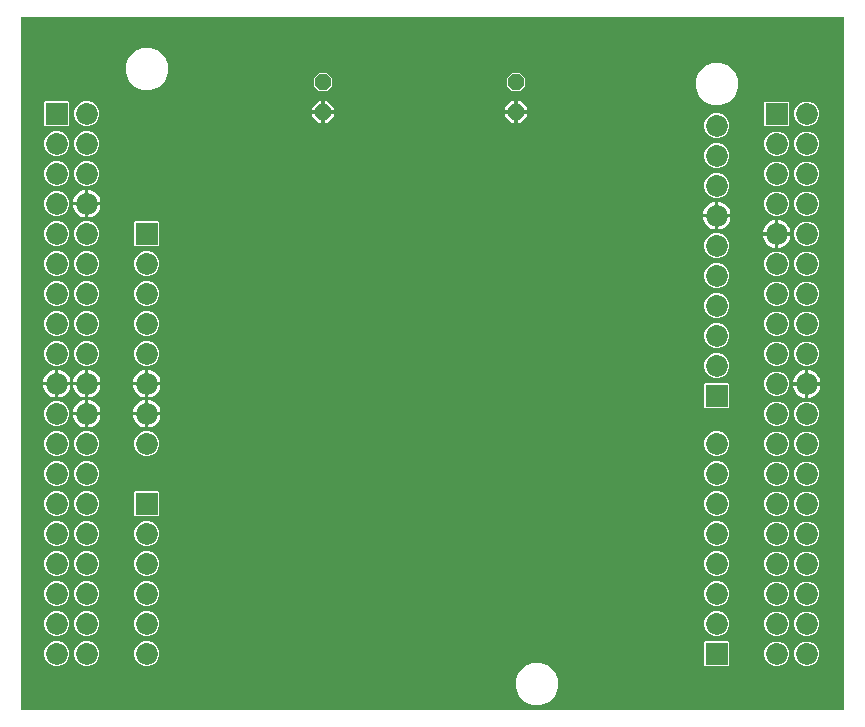
<source format=gbl>
G04 EAGLE Gerber RS-274X export*
G75*
%MOMM*%
%FSLAX34Y34*%
%LPD*%
%INBottom Copper*%
%IPPOS*%
%AMOC8*
5,1,8,0,0,1.08239X$1,22.5*%
G01*
%ADD10R,1.850000X1.850000*%
%ADD11C,1.850000*%
%ADD12P,1.429621X8X292.500000*%
%ADD13C,0.452400*%

G36*
X711508Y8354D02*
X711508Y8354D01*
X711527Y8352D01*
X711629Y8374D01*
X711731Y8390D01*
X711748Y8400D01*
X711768Y8404D01*
X711857Y8457D01*
X711948Y8506D01*
X711962Y8520D01*
X711979Y8530D01*
X712046Y8609D01*
X712118Y8684D01*
X712126Y8702D01*
X712139Y8717D01*
X712178Y8813D01*
X712221Y8907D01*
X712223Y8927D01*
X712231Y8945D01*
X712249Y9112D01*
X712249Y594038D01*
X712246Y594058D01*
X712248Y594077D01*
X712226Y594179D01*
X712210Y594281D01*
X712200Y594298D01*
X712196Y594318D01*
X712143Y594407D01*
X712094Y594498D01*
X712080Y594512D01*
X712070Y594529D01*
X711991Y594596D01*
X711916Y594668D01*
X711898Y594676D01*
X711883Y594689D01*
X711787Y594728D01*
X711693Y594771D01*
X711673Y594773D01*
X711655Y594781D01*
X711488Y594799D01*
X15462Y594799D01*
X15442Y594796D01*
X15423Y594798D01*
X15321Y594776D01*
X15219Y594760D01*
X15202Y594750D01*
X15182Y594746D01*
X15093Y594693D01*
X15002Y594644D01*
X14988Y594630D01*
X14971Y594620D01*
X14904Y594541D01*
X14832Y594466D01*
X14824Y594448D01*
X14811Y594433D01*
X14772Y594337D01*
X14729Y594243D01*
X14727Y594223D01*
X14719Y594205D01*
X14701Y594038D01*
X14701Y9112D01*
X14704Y9092D01*
X14702Y9073D01*
X14724Y8971D01*
X14740Y8869D01*
X14750Y8852D01*
X14754Y8832D01*
X14807Y8743D01*
X14856Y8652D01*
X14870Y8638D01*
X14880Y8621D01*
X14959Y8554D01*
X15034Y8482D01*
X15052Y8474D01*
X15067Y8461D01*
X15163Y8422D01*
X15257Y8379D01*
X15277Y8377D01*
X15295Y8369D01*
X15462Y8351D01*
X711488Y8351D01*
X711508Y8354D01*
G37*
%LPC*%
G36*
X117844Y533224D02*
X117844Y533224D01*
X111274Y535946D01*
X106246Y540974D01*
X103524Y547544D01*
X103524Y554656D01*
X106246Y561226D01*
X111274Y566254D01*
X117844Y568976D01*
X124956Y568976D01*
X131526Y566254D01*
X136554Y561226D01*
X139276Y554656D01*
X139276Y547544D01*
X136554Y540974D01*
X131526Y535946D01*
X124956Y533224D01*
X117844Y533224D01*
G37*
%LPD*%
%LPC*%
G36*
X600444Y520524D02*
X600444Y520524D01*
X593874Y523246D01*
X588846Y528274D01*
X586124Y534844D01*
X586124Y541956D01*
X588846Y548526D01*
X593874Y553554D01*
X600444Y556276D01*
X607556Y556276D01*
X614126Y553554D01*
X619154Y548526D01*
X621876Y541956D01*
X621876Y534844D01*
X619154Y528274D01*
X614126Y523246D01*
X607556Y520524D01*
X600444Y520524D01*
G37*
%LPD*%
%LPC*%
G36*
X448044Y12524D02*
X448044Y12524D01*
X441474Y15246D01*
X436446Y20274D01*
X433724Y26844D01*
X433724Y33956D01*
X436446Y40526D01*
X441474Y45554D01*
X448044Y48276D01*
X455156Y48276D01*
X461726Y45554D01*
X466754Y40526D01*
X469476Y33956D01*
X469476Y26844D01*
X466754Y20274D01*
X461726Y15246D01*
X455156Y12524D01*
X448044Y12524D01*
G37*
%LPD*%
%LPC*%
G36*
X111624Y400879D02*
X111624Y400879D01*
X110879Y401624D01*
X110879Y421176D01*
X111624Y421921D01*
X131176Y421921D01*
X131921Y421176D01*
X131921Y401624D01*
X131176Y400879D01*
X111624Y400879D01*
G37*
%LPD*%
%LPC*%
G36*
X111624Y172279D02*
X111624Y172279D01*
X110879Y173024D01*
X110879Y192576D01*
X111624Y193321D01*
X131176Y193321D01*
X131921Y192576D01*
X131921Y173024D01*
X131176Y172279D01*
X111624Y172279D01*
G37*
%LPD*%
%LPC*%
G36*
X35424Y502479D02*
X35424Y502479D01*
X34679Y503224D01*
X34679Y522776D01*
X35424Y523521D01*
X54976Y523521D01*
X55721Y522776D01*
X55721Y503224D01*
X54976Y502479D01*
X35424Y502479D01*
G37*
%LPD*%
%LPC*%
G36*
X594224Y263719D02*
X594224Y263719D01*
X593479Y264464D01*
X593479Y284016D01*
X594224Y284761D01*
X613776Y284761D01*
X614521Y284016D01*
X614521Y264464D01*
X613776Y263719D01*
X594224Y263719D01*
G37*
%LPD*%
%LPC*%
G36*
X594224Y45279D02*
X594224Y45279D01*
X593479Y46024D01*
X593479Y65576D01*
X594224Y66321D01*
X613776Y66321D01*
X614521Y65576D01*
X614521Y46024D01*
X613776Y45279D01*
X594224Y45279D01*
G37*
%LPD*%
%LPC*%
G36*
X645024Y502229D02*
X645024Y502229D01*
X644279Y502974D01*
X644279Y522526D01*
X645024Y523271D01*
X664576Y523271D01*
X665321Y522526D01*
X665321Y502974D01*
X664576Y502229D01*
X645024Y502229D01*
G37*
%LPD*%
%LPC*%
G36*
X119307Y350079D02*
X119307Y350079D01*
X115440Y351681D01*
X112481Y354640D01*
X110879Y358507D01*
X110879Y362693D01*
X112481Y366560D01*
X115440Y369519D01*
X119307Y371121D01*
X123493Y371121D01*
X127360Y369519D01*
X130319Y366560D01*
X131921Y362693D01*
X131921Y358507D01*
X130319Y354640D01*
X127360Y351681D01*
X123493Y350079D01*
X119307Y350079D01*
G37*
%LPD*%
%LPC*%
G36*
X68507Y350079D02*
X68507Y350079D01*
X64640Y351681D01*
X61681Y354640D01*
X60079Y358507D01*
X60079Y362693D01*
X61681Y366560D01*
X64640Y369519D01*
X68507Y371121D01*
X72693Y371121D01*
X76560Y369519D01*
X79519Y366560D01*
X81121Y362693D01*
X81121Y358507D01*
X79519Y354640D01*
X76560Y351681D01*
X72693Y350079D01*
X68507Y350079D01*
G37*
%LPD*%
%LPC*%
G36*
X43107Y350079D02*
X43107Y350079D01*
X39240Y351681D01*
X36281Y354640D01*
X34679Y358507D01*
X34679Y362693D01*
X36281Y366560D01*
X39240Y369519D01*
X43107Y371121D01*
X47293Y371121D01*
X51160Y369519D01*
X54119Y366560D01*
X55721Y362693D01*
X55721Y358507D01*
X54119Y354640D01*
X51160Y351681D01*
X47293Y350079D01*
X43107Y350079D01*
G37*
%LPD*%
%LPC*%
G36*
X43107Y146879D02*
X43107Y146879D01*
X39240Y148481D01*
X36281Y151440D01*
X34679Y155307D01*
X34679Y159493D01*
X36281Y163360D01*
X39240Y166319D01*
X43107Y167921D01*
X47293Y167921D01*
X51160Y166319D01*
X54119Y163360D01*
X55721Y159493D01*
X55721Y155307D01*
X54119Y151440D01*
X51160Y148481D01*
X47293Y146879D01*
X43107Y146879D01*
G37*
%LPD*%
%LPC*%
G36*
X678107Y146629D02*
X678107Y146629D01*
X674240Y148231D01*
X671281Y151191D01*
X669679Y155057D01*
X669679Y159243D01*
X671281Y163110D01*
X674240Y166069D01*
X678107Y167671D01*
X682293Y167671D01*
X686160Y166069D01*
X689119Y163110D01*
X690721Y159243D01*
X690721Y155057D01*
X689119Y151191D01*
X686160Y148231D01*
X682293Y146629D01*
X678107Y146629D01*
G37*
%LPD*%
%LPC*%
G36*
X652707Y146629D02*
X652707Y146629D01*
X648840Y148231D01*
X645881Y151191D01*
X644279Y155057D01*
X644279Y159243D01*
X645881Y163110D01*
X648840Y166069D01*
X652707Y167671D01*
X656893Y167671D01*
X660760Y166069D01*
X663719Y163110D01*
X665321Y159243D01*
X665321Y155057D01*
X663719Y151191D01*
X660760Y148231D01*
X656893Y146629D01*
X652707Y146629D01*
G37*
%LPD*%
%LPC*%
G36*
X601907Y121479D02*
X601907Y121479D01*
X598040Y123081D01*
X595081Y126040D01*
X593479Y129907D01*
X593479Y134093D01*
X595081Y137960D01*
X598040Y140919D01*
X601907Y142521D01*
X606093Y142521D01*
X609960Y140919D01*
X612919Y137960D01*
X614521Y134093D01*
X614521Y129907D01*
X612919Y126040D01*
X609960Y123081D01*
X606093Y121479D01*
X601907Y121479D01*
G37*
%LPD*%
%LPC*%
G36*
X68507Y502479D02*
X68507Y502479D01*
X64640Y504081D01*
X61681Y507040D01*
X60079Y510907D01*
X60079Y515093D01*
X61681Y518960D01*
X64640Y521919D01*
X68507Y523521D01*
X72693Y523521D01*
X76560Y521919D01*
X79519Y518960D01*
X81121Y515093D01*
X81121Y510907D01*
X79519Y507040D01*
X76560Y504081D01*
X72693Y502479D01*
X68507Y502479D01*
G37*
%LPD*%
%LPC*%
G36*
X119307Y121479D02*
X119307Y121479D01*
X115440Y123081D01*
X112481Y126040D01*
X110879Y129907D01*
X110879Y134093D01*
X112481Y137960D01*
X115440Y140919D01*
X119307Y142521D01*
X123493Y142521D01*
X127360Y140919D01*
X130319Y137960D01*
X131921Y134093D01*
X131921Y129907D01*
X130319Y126040D01*
X127360Y123081D01*
X123493Y121479D01*
X119307Y121479D01*
G37*
%LPD*%
%LPC*%
G36*
X68507Y121479D02*
X68507Y121479D01*
X64640Y123081D01*
X61681Y126040D01*
X60079Y129907D01*
X60079Y134093D01*
X61681Y137960D01*
X64640Y140919D01*
X68507Y142521D01*
X72693Y142521D01*
X76560Y140919D01*
X79519Y137960D01*
X81121Y134093D01*
X81121Y129907D01*
X79519Y126040D01*
X76560Y123081D01*
X72693Y121479D01*
X68507Y121479D01*
G37*
%LPD*%
%LPC*%
G36*
X678107Y502229D02*
X678107Y502229D01*
X674240Y503831D01*
X671281Y506791D01*
X669679Y510657D01*
X669679Y514843D01*
X671281Y518710D01*
X674240Y521669D01*
X678107Y523271D01*
X682293Y523271D01*
X686160Y521669D01*
X689119Y518710D01*
X690721Y514843D01*
X690721Y510657D01*
X689119Y506791D01*
X686160Y503831D01*
X682293Y502229D01*
X678107Y502229D01*
G37*
%LPD*%
%LPC*%
G36*
X43107Y121479D02*
X43107Y121479D01*
X39240Y123081D01*
X36281Y126040D01*
X34679Y129907D01*
X34679Y134093D01*
X36281Y137960D01*
X39240Y140919D01*
X43107Y142521D01*
X47293Y142521D01*
X51160Y140919D01*
X54119Y137960D01*
X55721Y134093D01*
X55721Y129907D01*
X54119Y126040D01*
X51160Y123081D01*
X47293Y121479D01*
X43107Y121479D01*
G37*
%LPD*%
%LPC*%
G36*
X652707Y121229D02*
X652707Y121229D01*
X648840Y122831D01*
X645881Y125791D01*
X644279Y129657D01*
X644279Y133843D01*
X645881Y137710D01*
X648840Y140669D01*
X652707Y142271D01*
X656893Y142271D01*
X660760Y140669D01*
X663719Y137710D01*
X665321Y133843D01*
X665321Y129657D01*
X663719Y125791D01*
X660760Y122831D01*
X656893Y121229D01*
X652707Y121229D01*
G37*
%LPD*%
%LPC*%
G36*
X601907Y492319D02*
X601907Y492319D01*
X598040Y493921D01*
X595081Y496880D01*
X593479Y500747D01*
X593479Y504933D01*
X595081Y508800D01*
X598040Y511759D01*
X601907Y513361D01*
X606093Y513361D01*
X609960Y511759D01*
X612919Y508800D01*
X614521Y504933D01*
X614521Y500747D01*
X612919Y496880D01*
X609960Y493921D01*
X606093Y492319D01*
X601907Y492319D01*
G37*
%LPD*%
%LPC*%
G36*
X601907Y96079D02*
X601907Y96079D01*
X598040Y97681D01*
X595081Y100640D01*
X593479Y104507D01*
X593479Y108693D01*
X595081Y112560D01*
X598040Y115519D01*
X601907Y117121D01*
X606093Y117121D01*
X609960Y115519D01*
X612919Y112560D01*
X614521Y108693D01*
X614521Y104507D01*
X612919Y100640D01*
X609960Y97681D01*
X606093Y96079D01*
X601907Y96079D01*
G37*
%LPD*%
%LPC*%
G36*
X119307Y96079D02*
X119307Y96079D01*
X115440Y97681D01*
X112481Y100640D01*
X110879Y104507D01*
X110879Y108693D01*
X112481Y112560D01*
X115440Y115519D01*
X119307Y117121D01*
X123493Y117121D01*
X127360Y115519D01*
X130319Y112560D01*
X131921Y108693D01*
X131921Y104507D01*
X130319Y100640D01*
X127360Y97681D01*
X123493Y96079D01*
X119307Y96079D01*
G37*
%LPD*%
%LPC*%
G36*
X68507Y96079D02*
X68507Y96079D01*
X64640Y97681D01*
X61681Y100640D01*
X60079Y104507D01*
X60079Y108693D01*
X61681Y112560D01*
X64640Y115519D01*
X68507Y117121D01*
X72693Y117121D01*
X76560Y115519D01*
X79519Y112560D01*
X81121Y108693D01*
X81121Y104507D01*
X79519Y100640D01*
X76560Y97681D01*
X72693Y96079D01*
X68507Y96079D01*
G37*
%LPD*%
%LPC*%
G36*
X43107Y96079D02*
X43107Y96079D01*
X39240Y97681D01*
X36281Y100640D01*
X34679Y104507D01*
X34679Y108693D01*
X36281Y112560D01*
X39240Y115519D01*
X43107Y117121D01*
X47293Y117121D01*
X51160Y115519D01*
X54119Y112560D01*
X55721Y108693D01*
X55721Y104507D01*
X54119Y100640D01*
X51160Y97681D01*
X47293Y96079D01*
X43107Y96079D01*
G37*
%LPD*%
%LPC*%
G36*
X68507Y477079D02*
X68507Y477079D01*
X64640Y478681D01*
X61681Y481640D01*
X60079Y485507D01*
X60079Y489693D01*
X61681Y493560D01*
X64640Y496519D01*
X68507Y498121D01*
X72693Y498121D01*
X76560Y496519D01*
X79519Y493560D01*
X81121Y489693D01*
X81121Y485507D01*
X79519Y481640D01*
X76560Y478681D01*
X72693Y477079D01*
X68507Y477079D01*
G37*
%LPD*%
%LPC*%
G36*
X43107Y477079D02*
X43107Y477079D01*
X39240Y478681D01*
X36281Y481640D01*
X34679Y485507D01*
X34679Y489693D01*
X36281Y493560D01*
X39240Y496519D01*
X43107Y498121D01*
X47293Y498121D01*
X51160Y496519D01*
X54119Y493560D01*
X55721Y489693D01*
X55721Y485507D01*
X54119Y481640D01*
X51160Y478681D01*
X47293Y477079D01*
X43107Y477079D01*
G37*
%LPD*%
%LPC*%
G36*
X678107Y476829D02*
X678107Y476829D01*
X674240Y478431D01*
X671281Y481391D01*
X669679Y485257D01*
X669679Y489443D01*
X671281Y493310D01*
X674240Y496269D01*
X678107Y497871D01*
X682293Y497871D01*
X686160Y496269D01*
X689119Y493310D01*
X690721Y489443D01*
X690721Y485257D01*
X689119Y481391D01*
X686160Y478431D01*
X682293Y476829D01*
X678107Y476829D01*
G37*
%LPD*%
%LPC*%
G36*
X652707Y476829D02*
X652707Y476829D01*
X648840Y478431D01*
X645881Y481391D01*
X644279Y485257D01*
X644279Y489443D01*
X645881Y493310D01*
X648840Y496269D01*
X652707Y497871D01*
X656893Y497871D01*
X660760Y496269D01*
X663719Y493310D01*
X665321Y489443D01*
X665321Y485257D01*
X663719Y481391D01*
X660760Y478431D01*
X656893Y476829D01*
X652707Y476829D01*
G37*
%LPD*%
%LPC*%
G36*
X601907Y466919D02*
X601907Y466919D01*
X598040Y468521D01*
X595081Y471480D01*
X593479Y475347D01*
X593479Y479533D01*
X595081Y483400D01*
X598040Y486359D01*
X601907Y487961D01*
X606093Y487961D01*
X609960Y486359D01*
X612919Y483400D01*
X614521Y479533D01*
X614521Y475347D01*
X612919Y471480D01*
X609960Y468521D01*
X606093Y466919D01*
X601907Y466919D01*
G37*
%LPD*%
%LPC*%
G36*
X68507Y451679D02*
X68507Y451679D01*
X64640Y453281D01*
X61681Y456240D01*
X60079Y460107D01*
X60079Y464293D01*
X61681Y468160D01*
X64640Y471119D01*
X68507Y472721D01*
X72693Y472721D01*
X76560Y471119D01*
X79519Y468160D01*
X81121Y464293D01*
X81121Y460107D01*
X79519Y456240D01*
X76560Y453281D01*
X72693Y451679D01*
X68507Y451679D01*
G37*
%LPD*%
%LPC*%
G36*
X43107Y451679D02*
X43107Y451679D01*
X39240Y453281D01*
X36281Y456240D01*
X34679Y460107D01*
X34679Y464293D01*
X36281Y468160D01*
X39240Y471119D01*
X43107Y472721D01*
X47293Y472721D01*
X51160Y471119D01*
X54119Y468160D01*
X55721Y464293D01*
X55721Y460107D01*
X54119Y456240D01*
X51160Y453281D01*
X47293Y451679D01*
X43107Y451679D01*
G37*
%LPD*%
%LPC*%
G36*
X678107Y451429D02*
X678107Y451429D01*
X674240Y453031D01*
X671281Y455991D01*
X669679Y459857D01*
X669679Y464043D01*
X671281Y467910D01*
X674240Y470869D01*
X678107Y472471D01*
X682293Y472471D01*
X686160Y470869D01*
X689119Y467910D01*
X690721Y464043D01*
X690721Y459857D01*
X689119Y455991D01*
X686160Y453031D01*
X682293Y451429D01*
X678107Y451429D01*
G37*
%LPD*%
%LPC*%
G36*
X652707Y451429D02*
X652707Y451429D01*
X648840Y453031D01*
X645881Y455991D01*
X644279Y459857D01*
X644279Y464043D01*
X645881Y467910D01*
X648840Y470869D01*
X652707Y472471D01*
X656893Y472471D01*
X660760Y470869D01*
X663719Y467910D01*
X665321Y464043D01*
X665321Y459857D01*
X663719Y455991D01*
X660760Y453031D01*
X656893Y451429D01*
X652707Y451429D01*
G37*
%LPD*%
%LPC*%
G36*
X601907Y441519D02*
X601907Y441519D01*
X598040Y443121D01*
X595081Y446080D01*
X593479Y449947D01*
X593479Y454133D01*
X595081Y458000D01*
X598040Y460959D01*
X601907Y462561D01*
X606093Y462561D01*
X609960Y460959D01*
X612919Y458000D01*
X614521Y454133D01*
X614521Y449947D01*
X612919Y446080D01*
X609960Y443121D01*
X606093Y441519D01*
X601907Y441519D01*
G37*
%LPD*%
%LPC*%
G36*
X678107Y95829D02*
X678107Y95829D01*
X674240Y97431D01*
X671281Y100391D01*
X669679Y104257D01*
X669679Y108443D01*
X671281Y112310D01*
X674240Y115269D01*
X678107Y116871D01*
X682293Y116871D01*
X686160Y115269D01*
X689119Y112310D01*
X690721Y108443D01*
X690721Y104257D01*
X689119Y100391D01*
X686160Y97431D01*
X682293Y95829D01*
X678107Y95829D01*
G37*
%LPD*%
%LPC*%
G36*
X652707Y95829D02*
X652707Y95829D01*
X648840Y97431D01*
X645881Y100391D01*
X644279Y104257D01*
X644279Y108443D01*
X645881Y112310D01*
X648840Y115269D01*
X652707Y116871D01*
X656893Y116871D01*
X660760Y115269D01*
X663719Y112310D01*
X665321Y108443D01*
X665321Y104257D01*
X663719Y100391D01*
X660760Y97431D01*
X656893Y95829D01*
X652707Y95829D01*
G37*
%LPD*%
%LPC*%
G36*
X43107Y426279D02*
X43107Y426279D01*
X39240Y427881D01*
X36281Y430840D01*
X34679Y434707D01*
X34679Y438893D01*
X36281Y442760D01*
X39240Y445719D01*
X43107Y447321D01*
X47293Y447321D01*
X51160Y445719D01*
X54119Y442760D01*
X55721Y438893D01*
X55721Y434707D01*
X54119Y430840D01*
X51160Y427881D01*
X47293Y426279D01*
X43107Y426279D01*
G37*
%LPD*%
%LPC*%
G36*
X678107Y426029D02*
X678107Y426029D01*
X674240Y427631D01*
X671281Y430591D01*
X669679Y434457D01*
X669679Y438643D01*
X671281Y442510D01*
X674240Y445469D01*
X678107Y447071D01*
X682293Y447071D01*
X686160Y445469D01*
X689119Y442510D01*
X690721Y438643D01*
X690721Y434457D01*
X689119Y430591D01*
X686160Y427631D01*
X682293Y426029D01*
X678107Y426029D01*
G37*
%LPD*%
%LPC*%
G36*
X652707Y426029D02*
X652707Y426029D01*
X648840Y427631D01*
X645881Y430591D01*
X644279Y434457D01*
X644279Y438643D01*
X645881Y442510D01*
X648840Y445469D01*
X652707Y447071D01*
X656893Y447071D01*
X660760Y445469D01*
X663719Y442510D01*
X665321Y438643D01*
X665321Y434457D01*
X663719Y430591D01*
X660760Y427631D01*
X656893Y426029D01*
X652707Y426029D01*
G37*
%LPD*%
%LPC*%
G36*
X601907Y70679D02*
X601907Y70679D01*
X598040Y72281D01*
X595081Y75240D01*
X593479Y79107D01*
X593479Y83293D01*
X595081Y87160D01*
X598040Y90119D01*
X601907Y91721D01*
X606093Y91721D01*
X609960Y90119D01*
X612919Y87160D01*
X614521Y83293D01*
X614521Y79107D01*
X612919Y75240D01*
X609960Y72281D01*
X606093Y70679D01*
X601907Y70679D01*
G37*
%LPD*%
%LPC*%
G36*
X119307Y70679D02*
X119307Y70679D01*
X115440Y72281D01*
X112481Y75240D01*
X110879Y79107D01*
X110879Y83293D01*
X112481Y87160D01*
X115440Y90119D01*
X119307Y91721D01*
X123493Y91721D01*
X127360Y90119D01*
X130319Y87160D01*
X131921Y83293D01*
X131921Y79107D01*
X130319Y75240D01*
X127360Y72281D01*
X123493Y70679D01*
X119307Y70679D01*
G37*
%LPD*%
%LPC*%
G36*
X68507Y70679D02*
X68507Y70679D01*
X64640Y72281D01*
X61681Y75240D01*
X60079Y79107D01*
X60079Y83293D01*
X61681Y87160D01*
X64640Y90119D01*
X68507Y91721D01*
X72693Y91721D01*
X76560Y90119D01*
X79519Y87160D01*
X81121Y83293D01*
X81121Y79107D01*
X79519Y75240D01*
X76560Y72281D01*
X72693Y70679D01*
X68507Y70679D01*
G37*
%LPD*%
%LPC*%
G36*
X43107Y70679D02*
X43107Y70679D01*
X39240Y72281D01*
X36281Y75240D01*
X34679Y79107D01*
X34679Y83293D01*
X36281Y87160D01*
X39240Y90119D01*
X43107Y91721D01*
X47293Y91721D01*
X51160Y90119D01*
X54119Y87160D01*
X55721Y83293D01*
X55721Y79107D01*
X54119Y75240D01*
X51160Y72281D01*
X47293Y70679D01*
X43107Y70679D01*
G37*
%LPD*%
%LPC*%
G36*
X678107Y70429D02*
X678107Y70429D01*
X674240Y72031D01*
X671281Y74991D01*
X669679Y78857D01*
X669679Y83043D01*
X671281Y86910D01*
X674240Y89869D01*
X678107Y91471D01*
X682293Y91471D01*
X686160Y89869D01*
X689119Y86910D01*
X690721Y83043D01*
X690721Y78857D01*
X689119Y74991D01*
X686160Y72031D01*
X682293Y70429D01*
X678107Y70429D01*
G37*
%LPD*%
%LPC*%
G36*
X652707Y70429D02*
X652707Y70429D01*
X648840Y72031D01*
X645881Y74991D01*
X644279Y78857D01*
X644279Y83043D01*
X645881Y86910D01*
X648840Y89869D01*
X652707Y91471D01*
X656893Y91471D01*
X660760Y89869D01*
X663719Y86910D01*
X665321Y83043D01*
X665321Y78857D01*
X663719Y74991D01*
X660760Y72031D01*
X656893Y70429D01*
X652707Y70429D01*
G37*
%LPD*%
%LPC*%
G36*
X119307Y45279D02*
X119307Y45279D01*
X115440Y46881D01*
X112481Y49840D01*
X110879Y53707D01*
X110879Y57893D01*
X112481Y61760D01*
X115440Y64719D01*
X119307Y66321D01*
X123493Y66321D01*
X127360Y64719D01*
X130319Y61760D01*
X131921Y57893D01*
X131921Y53707D01*
X130319Y49840D01*
X127360Y46881D01*
X123493Y45279D01*
X119307Y45279D01*
G37*
%LPD*%
%LPC*%
G36*
X68507Y45279D02*
X68507Y45279D01*
X64640Y46881D01*
X61681Y49840D01*
X60079Y53707D01*
X60079Y57893D01*
X61681Y61760D01*
X64640Y64719D01*
X68507Y66321D01*
X72693Y66321D01*
X76560Y64719D01*
X79519Y61760D01*
X81121Y57893D01*
X81121Y53707D01*
X79519Y49840D01*
X76560Y46881D01*
X72693Y45279D01*
X68507Y45279D01*
G37*
%LPD*%
%LPC*%
G36*
X43107Y45279D02*
X43107Y45279D01*
X39240Y46881D01*
X36281Y49840D01*
X34679Y53707D01*
X34679Y57893D01*
X36281Y61760D01*
X39240Y64719D01*
X43107Y66321D01*
X47293Y66321D01*
X51160Y64719D01*
X54119Y61760D01*
X55721Y57893D01*
X55721Y53707D01*
X54119Y49840D01*
X51160Y46881D01*
X47293Y45279D01*
X43107Y45279D01*
G37*
%LPD*%
%LPC*%
G36*
X678107Y45029D02*
X678107Y45029D01*
X674240Y46631D01*
X671281Y49591D01*
X669679Y53457D01*
X669679Y57643D01*
X671281Y61510D01*
X674240Y64469D01*
X678107Y66071D01*
X682293Y66071D01*
X686160Y64469D01*
X689119Y61510D01*
X690721Y57643D01*
X690721Y53457D01*
X689119Y49591D01*
X686160Y46631D01*
X682293Y45029D01*
X678107Y45029D01*
G37*
%LPD*%
%LPC*%
G36*
X68507Y400879D02*
X68507Y400879D01*
X64640Y402481D01*
X61681Y405440D01*
X60079Y409307D01*
X60079Y413493D01*
X61681Y417360D01*
X64640Y420319D01*
X68507Y421921D01*
X72693Y421921D01*
X76560Y420319D01*
X79519Y417360D01*
X81121Y413493D01*
X81121Y409307D01*
X79519Y405440D01*
X76560Y402481D01*
X72693Y400879D01*
X68507Y400879D01*
G37*
%LPD*%
%LPC*%
G36*
X43107Y400879D02*
X43107Y400879D01*
X39240Y402481D01*
X36281Y405440D01*
X34679Y409307D01*
X34679Y413493D01*
X36281Y417360D01*
X39240Y420319D01*
X43107Y421921D01*
X47293Y421921D01*
X51160Y420319D01*
X54119Y417360D01*
X55721Y413493D01*
X55721Y409307D01*
X54119Y405440D01*
X51160Y402481D01*
X47293Y400879D01*
X43107Y400879D01*
G37*
%LPD*%
%LPC*%
G36*
X678107Y400629D02*
X678107Y400629D01*
X674240Y402231D01*
X671281Y405191D01*
X669679Y409057D01*
X669679Y413243D01*
X671281Y417110D01*
X674240Y420069D01*
X678107Y421671D01*
X682293Y421671D01*
X686160Y420069D01*
X689119Y417110D01*
X690721Y413243D01*
X690721Y409057D01*
X689119Y405191D01*
X686160Y402231D01*
X682293Y400629D01*
X678107Y400629D01*
G37*
%LPD*%
%LPC*%
G36*
X601907Y390719D02*
X601907Y390719D01*
X598040Y392321D01*
X595081Y395280D01*
X593479Y399147D01*
X593479Y403333D01*
X595081Y407200D01*
X598040Y410159D01*
X601907Y411761D01*
X606093Y411761D01*
X609960Y410159D01*
X612919Y407200D01*
X614521Y403333D01*
X614521Y399147D01*
X612919Y395280D01*
X609960Y392321D01*
X606093Y390719D01*
X601907Y390719D01*
G37*
%LPD*%
%LPC*%
G36*
X652707Y45029D02*
X652707Y45029D01*
X648840Y46631D01*
X645881Y49591D01*
X644279Y53457D01*
X644279Y57643D01*
X645881Y61510D01*
X648840Y64469D01*
X652707Y66071D01*
X656893Y66071D01*
X660760Y64469D01*
X663719Y61510D01*
X665321Y57643D01*
X665321Y53457D01*
X663719Y49591D01*
X660760Y46631D01*
X656893Y45029D01*
X652707Y45029D01*
G37*
%LPD*%
%LPC*%
G36*
X678107Y121229D02*
X678107Y121229D01*
X674240Y122831D01*
X671281Y125791D01*
X669679Y129657D01*
X669679Y133843D01*
X671281Y137710D01*
X674240Y140669D01*
X678107Y142271D01*
X682293Y142271D01*
X686160Y140669D01*
X689119Y137710D01*
X690721Y133843D01*
X690721Y129657D01*
X689119Y125791D01*
X686160Y122831D01*
X682293Y121229D01*
X678107Y121229D01*
G37*
%LPD*%
%LPC*%
G36*
X68507Y375479D02*
X68507Y375479D01*
X64640Y377081D01*
X61681Y380040D01*
X60079Y383907D01*
X60079Y388093D01*
X61681Y391960D01*
X64640Y394919D01*
X68507Y396521D01*
X72693Y396521D01*
X76560Y394919D01*
X79519Y391960D01*
X81121Y388093D01*
X81121Y383907D01*
X79519Y380040D01*
X76560Y377081D01*
X72693Y375479D01*
X68507Y375479D01*
G37*
%LPD*%
%LPC*%
G36*
X43107Y375479D02*
X43107Y375479D01*
X39240Y377081D01*
X36281Y380040D01*
X34679Y383907D01*
X34679Y388093D01*
X36281Y391960D01*
X39240Y394919D01*
X43107Y396521D01*
X47293Y396521D01*
X51160Y394919D01*
X54119Y391960D01*
X55721Y388093D01*
X55721Y383907D01*
X54119Y380040D01*
X51160Y377081D01*
X47293Y375479D01*
X43107Y375479D01*
G37*
%LPD*%
%LPC*%
G36*
X119307Y375479D02*
X119307Y375479D01*
X115440Y377081D01*
X112481Y380040D01*
X110879Y383907D01*
X110879Y388093D01*
X112481Y391960D01*
X115440Y394919D01*
X119307Y396521D01*
X123493Y396521D01*
X127360Y394919D01*
X130319Y391960D01*
X131921Y388093D01*
X131921Y383907D01*
X130319Y380040D01*
X127360Y377081D01*
X123493Y375479D01*
X119307Y375479D01*
G37*
%LPD*%
%LPC*%
G36*
X678107Y375229D02*
X678107Y375229D01*
X674240Y376831D01*
X671281Y379791D01*
X669679Y383657D01*
X669679Y387843D01*
X671281Y391710D01*
X674240Y394669D01*
X678107Y396271D01*
X682293Y396271D01*
X686160Y394669D01*
X689119Y391710D01*
X690721Y387843D01*
X690721Y383657D01*
X689119Y379791D01*
X686160Y376831D01*
X682293Y375229D01*
X678107Y375229D01*
G37*
%LPD*%
%LPC*%
G36*
X652707Y375229D02*
X652707Y375229D01*
X648840Y376831D01*
X645881Y379791D01*
X644279Y383657D01*
X644279Y387843D01*
X645881Y391710D01*
X648840Y394669D01*
X652707Y396271D01*
X656893Y396271D01*
X660760Y394669D01*
X663719Y391710D01*
X665321Y387843D01*
X665321Y383657D01*
X663719Y379791D01*
X660760Y376831D01*
X656893Y375229D01*
X652707Y375229D01*
G37*
%LPD*%
%LPC*%
G36*
X601907Y365319D02*
X601907Y365319D01*
X598040Y366921D01*
X595081Y369880D01*
X593479Y373747D01*
X593479Y377933D01*
X595081Y381800D01*
X598040Y384759D01*
X601907Y386361D01*
X606093Y386361D01*
X609960Y384759D01*
X612919Y381800D01*
X614521Y377933D01*
X614521Y373747D01*
X612919Y369880D01*
X609960Y366921D01*
X606093Y365319D01*
X601907Y365319D01*
G37*
%LPD*%
%LPC*%
G36*
X678107Y349829D02*
X678107Y349829D01*
X674240Y351431D01*
X671281Y354391D01*
X669679Y358257D01*
X669679Y362443D01*
X671281Y366310D01*
X674240Y369269D01*
X678107Y370871D01*
X682293Y370871D01*
X686160Y369269D01*
X689119Y366310D01*
X690721Y362443D01*
X690721Y358257D01*
X689119Y354391D01*
X686160Y351431D01*
X682293Y349829D01*
X678107Y349829D01*
G37*
%LPD*%
%LPC*%
G36*
X652707Y349829D02*
X652707Y349829D01*
X648840Y351431D01*
X645881Y354391D01*
X644279Y358257D01*
X644279Y362443D01*
X645881Y366310D01*
X648840Y369269D01*
X652707Y370871D01*
X656893Y370871D01*
X660760Y369269D01*
X663719Y366310D01*
X665321Y362443D01*
X665321Y358257D01*
X663719Y354391D01*
X660760Y351431D01*
X656893Y349829D01*
X652707Y349829D01*
G37*
%LPD*%
%LPC*%
G36*
X601907Y339919D02*
X601907Y339919D01*
X598040Y341521D01*
X595081Y344480D01*
X593479Y348347D01*
X593479Y352533D01*
X595081Y356400D01*
X598040Y359359D01*
X601907Y360961D01*
X606093Y360961D01*
X609960Y359359D01*
X612919Y356400D01*
X614521Y352533D01*
X614521Y348347D01*
X612919Y344480D01*
X609960Y341521D01*
X606093Y339919D01*
X601907Y339919D01*
G37*
%LPD*%
%LPC*%
G36*
X119307Y324679D02*
X119307Y324679D01*
X115440Y326281D01*
X112481Y329240D01*
X110879Y333107D01*
X110879Y337293D01*
X112481Y341160D01*
X115440Y344119D01*
X119307Y345721D01*
X123493Y345721D01*
X127360Y344119D01*
X130319Y341160D01*
X131921Y337293D01*
X131921Y333107D01*
X130319Y329240D01*
X127360Y326281D01*
X123493Y324679D01*
X119307Y324679D01*
G37*
%LPD*%
%LPC*%
G36*
X68507Y324679D02*
X68507Y324679D01*
X64640Y326281D01*
X61681Y329240D01*
X60079Y333107D01*
X60079Y337293D01*
X61681Y341160D01*
X64640Y344119D01*
X68507Y345721D01*
X72693Y345721D01*
X76560Y344119D01*
X79519Y341160D01*
X81121Y337293D01*
X81121Y333107D01*
X79519Y329240D01*
X76560Y326281D01*
X72693Y324679D01*
X68507Y324679D01*
G37*
%LPD*%
%LPC*%
G36*
X43107Y324679D02*
X43107Y324679D01*
X39240Y326281D01*
X36281Y329240D01*
X34679Y333107D01*
X34679Y337293D01*
X36281Y341160D01*
X39240Y344119D01*
X43107Y345721D01*
X47293Y345721D01*
X51160Y344119D01*
X54119Y341160D01*
X55721Y337293D01*
X55721Y333107D01*
X54119Y329240D01*
X51160Y326281D01*
X47293Y324679D01*
X43107Y324679D01*
G37*
%LPD*%
%LPC*%
G36*
X678107Y324429D02*
X678107Y324429D01*
X674240Y326031D01*
X671281Y328991D01*
X669679Y332857D01*
X669679Y337043D01*
X671281Y340910D01*
X674240Y343869D01*
X678107Y345471D01*
X682293Y345471D01*
X686160Y343869D01*
X689119Y340910D01*
X690721Y337043D01*
X690721Y332857D01*
X689119Y328991D01*
X686160Y326031D01*
X682293Y324429D01*
X678107Y324429D01*
G37*
%LPD*%
%LPC*%
G36*
X652707Y324429D02*
X652707Y324429D01*
X648840Y326031D01*
X645881Y328991D01*
X644279Y332857D01*
X644279Y337043D01*
X645881Y340910D01*
X648840Y343869D01*
X652707Y345471D01*
X656893Y345471D01*
X660760Y343869D01*
X663719Y340910D01*
X665321Y337043D01*
X665321Y332857D01*
X663719Y328991D01*
X660760Y326031D01*
X656893Y324429D01*
X652707Y324429D01*
G37*
%LPD*%
%LPC*%
G36*
X601907Y314519D02*
X601907Y314519D01*
X598040Y316121D01*
X595081Y319080D01*
X593479Y322947D01*
X593479Y327133D01*
X595081Y331000D01*
X598040Y333959D01*
X601907Y335561D01*
X606093Y335561D01*
X609960Y333959D01*
X612919Y331000D01*
X614521Y327133D01*
X614521Y322947D01*
X612919Y319080D01*
X609960Y316121D01*
X606093Y314519D01*
X601907Y314519D01*
G37*
%LPD*%
%LPC*%
G36*
X119307Y299279D02*
X119307Y299279D01*
X115440Y300881D01*
X112481Y303840D01*
X110879Y307707D01*
X110879Y311893D01*
X112481Y315760D01*
X115440Y318719D01*
X119307Y320321D01*
X123493Y320321D01*
X127360Y318719D01*
X130319Y315760D01*
X131921Y311893D01*
X131921Y307707D01*
X130319Y303840D01*
X127360Y300881D01*
X123493Y299279D01*
X119307Y299279D01*
G37*
%LPD*%
%LPC*%
G36*
X68507Y299279D02*
X68507Y299279D01*
X64640Y300881D01*
X61681Y303840D01*
X60079Y307707D01*
X60079Y311893D01*
X61681Y315760D01*
X64640Y318719D01*
X68507Y320321D01*
X72693Y320321D01*
X76560Y318719D01*
X79519Y315760D01*
X81121Y311893D01*
X81121Y307707D01*
X79519Y303840D01*
X76560Y300881D01*
X72693Y299279D01*
X68507Y299279D01*
G37*
%LPD*%
%LPC*%
G36*
X43107Y299279D02*
X43107Y299279D01*
X39240Y300881D01*
X36281Y303840D01*
X34679Y307707D01*
X34679Y311893D01*
X36281Y315760D01*
X39240Y318719D01*
X43107Y320321D01*
X47293Y320321D01*
X51160Y318719D01*
X54119Y315760D01*
X55721Y311893D01*
X55721Y307707D01*
X54119Y303840D01*
X51160Y300881D01*
X47293Y299279D01*
X43107Y299279D01*
G37*
%LPD*%
%LPC*%
G36*
X678107Y299029D02*
X678107Y299029D01*
X674240Y300631D01*
X671281Y303591D01*
X669679Y307457D01*
X669679Y311643D01*
X671281Y315510D01*
X674240Y318469D01*
X678107Y320071D01*
X682293Y320071D01*
X686160Y318469D01*
X689119Y315510D01*
X690721Y311643D01*
X690721Y307457D01*
X689119Y303591D01*
X686160Y300631D01*
X682293Y299029D01*
X678107Y299029D01*
G37*
%LPD*%
%LPC*%
G36*
X652707Y299029D02*
X652707Y299029D01*
X648840Y300631D01*
X645881Y303591D01*
X644279Y307457D01*
X644279Y311643D01*
X645881Y315510D01*
X648840Y318469D01*
X652707Y320071D01*
X656893Y320071D01*
X660760Y318469D01*
X663719Y315510D01*
X665321Y311643D01*
X665321Y307457D01*
X663719Y303591D01*
X660760Y300631D01*
X656893Y299029D01*
X652707Y299029D01*
G37*
%LPD*%
%LPC*%
G36*
X601907Y289119D02*
X601907Y289119D01*
X598040Y290721D01*
X595081Y293680D01*
X593479Y297547D01*
X593479Y301733D01*
X595081Y305600D01*
X598040Y308559D01*
X601907Y310161D01*
X606093Y310161D01*
X609960Y308559D01*
X612919Y305600D01*
X614521Y301733D01*
X614521Y297547D01*
X612919Y293680D01*
X609960Y290721D01*
X606093Y289119D01*
X601907Y289119D01*
G37*
%LPD*%
%LPC*%
G36*
X43107Y197679D02*
X43107Y197679D01*
X39240Y199281D01*
X36281Y202240D01*
X34679Y206107D01*
X34679Y210293D01*
X36281Y214160D01*
X39240Y217119D01*
X43107Y218721D01*
X47293Y218721D01*
X51160Y217119D01*
X54119Y214160D01*
X55721Y210293D01*
X55721Y206107D01*
X54119Y202240D01*
X51160Y199281D01*
X47293Y197679D01*
X43107Y197679D01*
G37*
%LPD*%
%LPC*%
G36*
X652707Y273629D02*
X652707Y273629D01*
X648840Y275231D01*
X645881Y278191D01*
X644279Y282057D01*
X644279Y286243D01*
X645881Y290110D01*
X648840Y293069D01*
X652707Y294671D01*
X656893Y294671D01*
X660760Y293069D01*
X663719Y290110D01*
X665321Y286243D01*
X665321Y282057D01*
X663719Y278191D01*
X660760Y275231D01*
X656893Y273629D01*
X652707Y273629D01*
G37*
%LPD*%
%LPC*%
G36*
X43107Y248479D02*
X43107Y248479D01*
X39240Y250081D01*
X36281Y253040D01*
X34679Y256907D01*
X34679Y261093D01*
X36281Y264960D01*
X39240Y267919D01*
X43107Y269521D01*
X47293Y269521D01*
X51160Y267919D01*
X54119Y264960D01*
X55721Y261093D01*
X55721Y256907D01*
X54119Y253040D01*
X51160Y250081D01*
X47293Y248479D01*
X43107Y248479D01*
G37*
%LPD*%
%LPC*%
G36*
X678107Y248229D02*
X678107Y248229D01*
X674240Y249831D01*
X671281Y252791D01*
X669679Y256657D01*
X669679Y260843D01*
X671281Y264710D01*
X674240Y267669D01*
X678107Y269271D01*
X682293Y269271D01*
X686160Y267669D01*
X689119Y264710D01*
X690721Y260843D01*
X690721Y256657D01*
X689119Y252791D01*
X686160Y249831D01*
X682293Y248229D01*
X678107Y248229D01*
G37*
%LPD*%
%LPC*%
G36*
X652707Y248229D02*
X652707Y248229D01*
X648840Y249831D01*
X645881Y252791D01*
X644279Y256657D01*
X644279Y260843D01*
X645881Y264710D01*
X648840Y267669D01*
X652707Y269271D01*
X656893Y269271D01*
X660760Y267669D01*
X663719Y264710D01*
X665321Y260843D01*
X665321Y256657D01*
X663719Y252791D01*
X660760Y249831D01*
X656893Y248229D01*
X652707Y248229D01*
G37*
%LPD*%
%LPC*%
G36*
X601907Y223079D02*
X601907Y223079D01*
X598040Y224681D01*
X595081Y227640D01*
X593479Y231507D01*
X593479Y235693D01*
X595081Y239560D01*
X598040Y242519D01*
X601907Y244121D01*
X606093Y244121D01*
X609960Y242519D01*
X612919Y239560D01*
X614521Y235693D01*
X614521Y231507D01*
X612919Y227640D01*
X609960Y224681D01*
X606093Y223079D01*
X601907Y223079D01*
G37*
%LPD*%
%LPC*%
G36*
X119307Y223079D02*
X119307Y223079D01*
X115440Y224681D01*
X112481Y227640D01*
X110879Y231507D01*
X110879Y235693D01*
X112481Y239560D01*
X115440Y242519D01*
X119307Y244121D01*
X123493Y244121D01*
X127360Y242519D01*
X130319Y239560D01*
X131921Y235693D01*
X131921Y231507D01*
X130319Y227640D01*
X127360Y224681D01*
X123493Y223079D01*
X119307Y223079D01*
G37*
%LPD*%
%LPC*%
G36*
X68507Y223079D02*
X68507Y223079D01*
X64640Y224681D01*
X61681Y227640D01*
X60079Y231507D01*
X60079Y235693D01*
X61681Y239560D01*
X64640Y242519D01*
X68507Y244121D01*
X72693Y244121D01*
X76560Y242519D01*
X79519Y239560D01*
X81121Y235693D01*
X81121Y231507D01*
X79519Y227640D01*
X76560Y224681D01*
X72693Y223079D01*
X68507Y223079D01*
G37*
%LPD*%
%LPC*%
G36*
X43107Y223079D02*
X43107Y223079D01*
X39240Y224681D01*
X36281Y227640D01*
X34679Y231507D01*
X34679Y235693D01*
X36281Y239560D01*
X39240Y242519D01*
X43107Y244121D01*
X47293Y244121D01*
X51160Y242519D01*
X54119Y239560D01*
X55721Y235693D01*
X55721Y231507D01*
X54119Y227640D01*
X51160Y224681D01*
X47293Y223079D01*
X43107Y223079D01*
G37*
%LPD*%
%LPC*%
G36*
X678107Y222829D02*
X678107Y222829D01*
X674240Y224431D01*
X671281Y227391D01*
X669679Y231257D01*
X669679Y235443D01*
X671281Y239310D01*
X674240Y242269D01*
X678107Y243871D01*
X682293Y243871D01*
X686160Y242269D01*
X689119Y239310D01*
X690721Y235443D01*
X690721Y231257D01*
X689119Y227391D01*
X686160Y224431D01*
X682293Y222829D01*
X678107Y222829D01*
G37*
%LPD*%
%LPC*%
G36*
X652707Y222829D02*
X652707Y222829D01*
X648840Y224431D01*
X645881Y227391D01*
X644279Y231257D01*
X644279Y235443D01*
X645881Y239310D01*
X648840Y242269D01*
X652707Y243871D01*
X656893Y243871D01*
X660760Y242269D01*
X663719Y239310D01*
X665321Y235443D01*
X665321Y231257D01*
X663719Y227391D01*
X660760Y224431D01*
X656893Y222829D01*
X652707Y222829D01*
G37*
%LPD*%
%LPC*%
G36*
X68507Y197679D02*
X68507Y197679D01*
X64640Y199281D01*
X61681Y202240D01*
X60079Y206107D01*
X60079Y210293D01*
X61681Y214160D01*
X64640Y217119D01*
X68507Y218721D01*
X72693Y218721D01*
X76560Y217119D01*
X79519Y214160D01*
X81121Y210293D01*
X81121Y206107D01*
X79519Y202240D01*
X76560Y199281D01*
X72693Y197679D01*
X68507Y197679D01*
G37*
%LPD*%
%LPC*%
G36*
X601907Y197679D02*
X601907Y197679D01*
X598040Y199281D01*
X595081Y202240D01*
X593479Y206107D01*
X593479Y210293D01*
X595081Y214160D01*
X598040Y217119D01*
X601907Y218721D01*
X606093Y218721D01*
X609960Y217119D01*
X612919Y214160D01*
X614521Y210293D01*
X614521Y206107D01*
X612919Y202240D01*
X609960Y199281D01*
X606093Y197679D01*
X601907Y197679D01*
G37*
%LPD*%
%LPC*%
G36*
X678107Y197429D02*
X678107Y197429D01*
X674240Y199031D01*
X671281Y201991D01*
X669679Y205857D01*
X669679Y210043D01*
X671281Y213910D01*
X674240Y216869D01*
X678107Y218471D01*
X682293Y218471D01*
X686160Y216869D01*
X689119Y213910D01*
X690721Y210043D01*
X690721Y205857D01*
X689119Y201991D01*
X686160Y199031D01*
X682293Y197429D01*
X678107Y197429D01*
G37*
%LPD*%
%LPC*%
G36*
X652707Y197429D02*
X652707Y197429D01*
X648840Y199031D01*
X645881Y201991D01*
X644279Y205857D01*
X644279Y210043D01*
X645881Y213910D01*
X648840Y216869D01*
X652707Y218471D01*
X656893Y218471D01*
X660760Y216869D01*
X663719Y213910D01*
X665321Y210043D01*
X665321Y205857D01*
X663719Y201991D01*
X660760Y199031D01*
X656893Y197429D01*
X652707Y197429D01*
G37*
%LPD*%
%LPC*%
G36*
X601907Y172279D02*
X601907Y172279D01*
X598040Y173881D01*
X595081Y176840D01*
X593479Y180707D01*
X593479Y184893D01*
X595081Y188760D01*
X598040Y191719D01*
X601907Y193321D01*
X606093Y193321D01*
X609960Y191719D01*
X612919Y188760D01*
X614521Y184893D01*
X614521Y180707D01*
X612919Y176840D01*
X609960Y173881D01*
X606093Y172279D01*
X601907Y172279D01*
G37*
%LPD*%
%LPC*%
G36*
X68507Y172279D02*
X68507Y172279D01*
X64640Y173881D01*
X61681Y176840D01*
X60079Y180707D01*
X60079Y184893D01*
X61681Y188760D01*
X64640Y191719D01*
X68507Y193321D01*
X72693Y193321D01*
X76560Y191719D01*
X79519Y188760D01*
X81121Y184893D01*
X81121Y180707D01*
X79519Y176840D01*
X76560Y173881D01*
X72693Y172279D01*
X68507Y172279D01*
G37*
%LPD*%
%LPC*%
G36*
X43107Y172279D02*
X43107Y172279D01*
X39240Y173881D01*
X36281Y176840D01*
X34679Y180707D01*
X34679Y184893D01*
X36281Y188760D01*
X39240Y191719D01*
X43107Y193321D01*
X47293Y193321D01*
X51160Y191719D01*
X54119Y188760D01*
X55721Y184893D01*
X55721Y180707D01*
X54119Y176840D01*
X51160Y173881D01*
X47293Y172279D01*
X43107Y172279D01*
G37*
%LPD*%
%LPC*%
G36*
X678107Y172029D02*
X678107Y172029D01*
X674240Y173631D01*
X671281Y176591D01*
X669679Y180457D01*
X669679Y184643D01*
X671281Y188510D01*
X674240Y191469D01*
X678107Y193071D01*
X682293Y193071D01*
X686160Y191469D01*
X689119Y188510D01*
X690721Y184643D01*
X690721Y180457D01*
X689119Y176591D01*
X686160Y173631D01*
X682293Y172029D01*
X678107Y172029D01*
G37*
%LPD*%
%LPC*%
G36*
X652707Y172029D02*
X652707Y172029D01*
X648840Y173631D01*
X645881Y176591D01*
X644279Y180457D01*
X644279Y184643D01*
X645881Y188510D01*
X648840Y191469D01*
X652707Y193071D01*
X656893Y193071D01*
X660760Y191469D01*
X663719Y188510D01*
X665321Y184643D01*
X665321Y180457D01*
X663719Y176591D01*
X660760Y173631D01*
X656893Y172029D01*
X652707Y172029D01*
G37*
%LPD*%
%LPC*%
G36*
X601907Y146879D02*
X601907Y146879D01*
X598040Y148481D01*
X595081Y151440D01*
X593479Y155307D01*
X593479Y159493D01*
X595081Y163360D01*
X598040Y166319D01*
X601907Y167921D01*
X606093Y167921D01*
X609960Y166319D01*
X612919Y163360D01*
X614521Y159493D01*
X614521Y155307D01*
X612919Y151440D01*
X609960Y148481D01*
X606093Y146879D01*
X601907Y146879D01*
G37*
%LPD*%
%LPC*%
G36*
X119307Y146879D02*
X119307Y146879D01*
X115440Y148481D01*
X112481Y151440D01*
X110879Y155307D01*
X110879Y159493D01*
X112481Y163360D01*
X115440Y166319D01*
X119307Y167921D01*
X123493Y167921D01*
X127360Y166319D01*
X130319Y163360D01*
X131921Y159493D01*
X131921Y155307D01*
X130319Y151440D01*
X127360Y148481D01*
X123493Y146879D01*
X119307Y146879D01*
G37*
%LPD*%
%LPC*%
G36*
X68507Y146879D02*
X68507Y146879D01*
X64640Y148481D01*
X61681Y151440D01*
X60079Y155307D01*
X60079Y159493D01*
X61681Y163360D01*
X64640Y166319D01*
X68507Y167921D01*
X72693Y167921D01*
X76560Y166319D01*
X79519Y163360D01*
X81121Y159493D01*
X81121Y155307D01*
X79519Y151440D01*
X76560Y148481D01*
X72693Y146879D01*
X68507Y146879D01*
G37*
%LPD*%
%LPC*%
G36*
X430838Y531975D02*
X430838Y531975D01*
X426225Y536588D01*
X426225Y543112D01*
X430838Y547725D01*
X437362Y547725D01*
X441975Y543112D01*
X441975Y536588D01*
X437362Y531975D01*
X430838Y531975D01*
G37*
%LPD*%
%LPC*%
G36*
X267488Y531875D02*
X267488Y531875D01*
X262875Y536488D01*
X262875Y543012D01*
X267488Y547625D01*
X274012Y547625D01*
X278625Y543012D01*
X278625Y536488D01*
X274012Y531875D01*
X267488Y531875D01*
G37*
%LPD*%
%LPC*%
G36*
X605523Y428163D02*
X605523Y428163D01*
X605523Y438336D01*
X606761Y438140D01*
X608526Y437567D01*
X610180Y436724D01*
X611681Y435633D01*
X612993Y434321D01*
X614084Y432820D01*
X614927Y431166D01*
X615500Y429401D01*
X615696Y428163D01*
X605523Y428163D01*
G37*
%LPD*%
%LPC*%
G36*
X72123Y285923D02*
X72123Y285923D01*
X72123Y296096D01*
X73361Y295900D01*
X75126Y295327D01*
X76780Y294484D01*
X78281Y293393D01*
X79593Y292081D01*
X80684Y290580D01*
X81527Y288926D01*
X82100Y287161D01*
X82296Y285923D01*
X72123Y285923D01*
G37*
%LPD*%
%LPC*%
G36*
X122923Y285923D02*
X122923Y285923D01*
X122923Y296096D01*
X124161Y295900D01*
X125926Y295327D01*
X127580Y294484D01*
X129081Y293393D01*
X130393Y292081D01*
X131484Y290580D01*
X132327Y288926D01*
X132900Y287161D01*
X133096Y285923D01*
X122923Y285923D01*
G37*
%LPD*%
%LPC*%
G36*
X46723Y285923D02*
X46723Y285923D01*
X46723Y296096D01*
X47961Y295900D01*
X49726Y295327D01*
X51380Y294484D01*
X52881Y293393D01*
X54193Y292081D01*
X55284Y290580D01*
X56127Y288926D01*
X56700Y287161D01*
X56896Y285923D01*
X46723Y285923D01*
G37*
%LPD*%
%LPC*%
G36*
X72123Y438323D02*
X72123Y438323D01*
X72123Y448496D01*
X73361Y448300D01*
X75126Y447727D01*
X76780Y446884D01*
X78281Y445793D01*
X79593Y444481D01*
X80684Y442980D01*
X81527Y441326D01*
X82100Y439561D01*
X82296Y438323D01*
X72123Y438323D01*
G37*
%LPD*%
%LPC*%
G36*
X681723Y285673D02*
X681723Y285673D01*
X681723Y295847D01*
X682961Y295650D01*
X684726Y295077D01*
X686380Y294234D01*
X687881Y293144D01*
X689193Y291831D01*
X690284Y290330D01*
X691127Y288676D01*
X691700Y286911D01*
X691896Y285673D01*
X681723Y285673D01*
G37*
%LPD*%
%LPC*%
G36*
X122923Y260523D02*
X122923Y260523D01*
X122923Y270696D01*
X124161Y270500D01*
X125926Y269927D01*
X127580Y269084D01*
X129081Y267993D01*
X130393Y266681D01*
X131484Y265180D01*
X132327Y263526D01*
X132900Y261761D01*
X133096Y260523D01*
X122923Y260523D01*
G37*
%LPD*%
%LPC*%
G36*
X656323Y412673D02*
X656323Y412673D01*
X656323Y422847D01*
X657561Y422650D01*
X659326Y422077D01*
X660980Y421234D01*
X662481Y420144D01*
X663793Y418831D01*
X664884Y417330D01*
X665727Y415676D01*
X666300Y413911D01*
X666496Y412673D01*
X656323Y412673D01*
G37*
%LPD*%
%LPC*%
G36*
X72123Y260523D02*
X72123Y260523D01*
X72123Y270696D01*
X73361Y270500D01*
X75126Y269927D01*
X76780Y269084D01*
X78281Y267993D01*
X79593Y266681D01*
X80684Y265180D01*
X81527Y263526D01*
X82100Y261761D01*
X82296Y260523D01*
X72123Y260523D01*
G37*
%LPD*%
%LPC*%
G36*
X46723Y282877D02*
X46723Y282877D01*
X56896Y282877D01*
X56700Y281639D01*
X56127Y279874D01*
X55284Y278220D01*
X54193Y276719D01*
X52881Y275407D01*
X51380Y274316D01*
X49726Y273473D01*
X47961Y272900D01*
X46723Y272704D01*
X46723Y282877D01*
G37*
%LPD*%
%LPC*%
G36*
X72123Y282877D02*
X72123Y282877D01*
X82296Y282877D01*
X82100Y281639D01*
X81527Y279874D01*
X80684Y278220D01*
X79593Y276719D01*
X78281Y275407D01*
X76780Y274316D01*
X75126Y273473D01*
X73361Y272900D01*
X72123Y272704D01*
X72123Y282877D01*
G37*
%LPD*%
%LPC*%
G36*
X109704Y285923D02*
X109704Y285923D01*
X109900Y287161D01*
X110473Y288926D01*
X111316Y290580D01*
X112407Y292081D01*
X113719Y293393D01*
X115220Y294484D01*
X116874Y295327D01*
X118639Y295900D01*
X119877Y296096D01*
X119877Y285923D01*
X109704Y285923D01*
G37*
%LPD*%
%LPC*%
G36*
X122923Y282877D02*
X122923Y282877D01*
X133096Y282877D01*
X132900Y281639D01*
X132327Y279874D01*
X131484Y278220D01*
X130393Y276719D01*
X129081Y275407D01*
X127580Y274316D01*
X125926Y273473D01*
X124161Y272900D01*
X122923Y272704D01*
X122923Y282877D01*
G37*
%LPD*%
%LPC*%
G36*
X58904Y260523D02*
X58904Y260523D01*
X59100Y261761D01*
X59673Y263526D01*
X60516Y265180D01*
X61607Y266681D01*
X62919Y267993D01*
X64420Y269084D01*
X66074Y269927D01*
X67839Y270500D01*
X69077Y270696D01*
X69077Y260523D01*
X58904Y260523D01*
G37*
%LPD*%
%LPC*%
G36*
X72123Y257477D02*
X72123Y257477D01*
X82296Y257477D01*
X82100Y256239D01*
X81527Y254474D01*
X80684Y252820D01*
X79593Y251319D01*
X78281Y250007D01*
X76780Y248916D01*
X75126Y248073D01*
X73361Y247500D01*
X72123Y247304D01*
X72123Y257477D01*
G37*
%LPD*%
%LPC*%
G36*
X58904Y438323D02*
X58904Y438323D01*
X59100Y439561D01*
X59673Y441326D01*
X60516Y442980D01*
X61607Y444481D01*
X62919Y445793D01*
X64420Y446884D01*
X66074Y447727D01*
X67839Y448300D01*
X69077Y448496D01*
X69077Y438323D01*
X58904Y438323D01*
G37*
%LPD*%
%LPC*%
G36*
X122923Y257477D02*
X122923Y257477D01*
X133096Y257477D01*
X132900Y256239D01*
X132327Y254474D01*
X131484Y252820D01*
X130393Y251319D01*
X129081Y250007D01*
X127580Y248916D01*
X125926Y248073D01*
X124161Y247500D01*
X122923Y247304D01*
X122923Y257477D01*
G37*
%LPD*%
%LPC*%
G36*
X592304Y428163D02*
X592304Y428163D01*
X592500Y429401D01*
X593073Y431166D01*
X593916Y432820D01*
X595007Y434321D01*
X596319Y435633D01*
X597820Y436724D01*
X599474Y437567D01*
X601239Y438140D01*
X602477Y438336D01*
X602477Y428163D01*
X592304Y428163D01*
G37*
%LPD*%
%LPC*%
G36*
X72123Y435277D02*
X72123Y435277D01*
X82296Y435277D01*
X82100Y434039D01*
X81527Y432274D01*
X80684Y430620D01*
X79593Y429119D01*
X78281Y427807D01*
X76780Y426716D01*
X75126Y425873D01*
X73361Y425300D01*
X72123Y425104D01*
X72123Y435277D01*
G37*
%LPD*%
%LPC*%
G36*
X109704Y260523D02*
X109704Y260523D01*
X109900Y261761D01*
X110473Y263526D01*
X111316Y265180D01*
X112407Y266681D01*
X113719Y267993D01*
X115220Y269084D01*
X116874Y269927D01*
X118639Y270500D01*
X119877Y270696D01*
X119877Y260523D01*
X109704Y260523D01*
G37*
%LPD*%
%LPC*%
G36*
X668504Y285673D02*
X668504Y285673D01*
X668700Y286911D01*
X669273Y288676D01*
X670116Y290330D01*
X671207Y291831D01*
X672519Y293144D01*
X674020Y294234D01*
X675674Y295077D01*
X677439Y295650D01*
X678677Y295847D01*
X678677Y285673D01*
X668504Y285673D01*
G37*
%LPD*%
%LPC*%
G36*
X605523Y425117D02*
X605523Y425117D01*
X615696Y425117D01*
X615500Y423879D01*
X614927Y422114D01*
X614084Y420460D01*
X612993Y418959D01*
X611681Y417647D01*
X610180Y416556D01*
X608526Y415713D01*
X606761Y415140D01*
X605523Y414944D01*
X605523Y425117D01*
G37*
%LPD*%
%LPC*%
G36*
X643104Y412673D02*
X643104Y412673D01*
X643300Y413911D01*
X643873Y415676D01*
X644716Y417330D01*
X645807Y418831D01*
X647119Y420144D01*
X648620Y421234D01*
X650274Y422077D01*
X652039Y422650D01*
X653277Y422847D01*
X653277Y412673D01*
X643104Y412673D01*
G37*
%LPD*%
%LPC*%
G36*
X33504Y285923D02*
X33504Y285923D01*
X33700Y287161D01*
X34273Y288926D01*
X35116Y290580D01*
X36207Y292081D01*
X37519Y293393D01*
X39020Y294484D01*
X40674Y295327D01*
X42439Y295900D01*
X43677Y296096D01*
X43677Y285923D01*
X33504Y285923D01*
G37*
%LPD*%
%LPC*%
G36*
X656323Y409627D02*
X656323Y409627D01*
X666496Y409627D01*
X666300Y408389D01*
X665727Y406624D01*
X664884Y404970D01*
X663793Y403469D01*
X662481Y402157D01*
X660980Y401066D01*
X659326Y400223D01*
X657561Y399650D01*
X656323Y399454D01*
X656323Y409627D01*
G37*
%LPD*%
%LPC*%
G36*
X58904Y285923D02*
X58904Y285923D01*
X59100Y287161D01*
X59673Y288926D01*
X60516Y290580D01*
X61607Y292081D01*
X62919Y293393D01*
X64420Y294484D01*
X66074Y295327D01*
X67839Y295900D01*
X69077Y296096D01*
X69077Y285923D01*
X58904Y285923D01*
G37*
%LPD*%
%LPC*%
G36*
X681723Y282627D02*
X681723Y282627D01*
X691896Y282627D01*
X691700Y281389D01*
X691127Y279624D01*
X690284Y277970D01*
X689193Y276469D01*
X687881Y275157D01*
X686380Y274066D01*
X684726Y273223D01*
X682961Y272650D01*
X681723Y272454D01*
X681723Y282627D01*
G37*
%LPD*%
%LPC*%
G36*
X118639Y247500D02*
X118639Y247500D01*
X116874Y248073D01*
X115220Y248916D01*
X113719Y250007D01*
X112407Y251319D01*
X111316Y252820D01*
X110473Y254474D01*
X109900Y256239D01*
X109704Y257477D01*
X119877Y257477D01*
X119877Y247304D01*
X118639Y247500D01*
G37*
%LPD*%
%LPC*%
G36*
X67839Y247500D02*
X67839Y247500D01*
X66074Y248073D01*
X64420Y248916D01*
X62919Y250007D01*
X61607Y251319D01*
X60516Y252820D01*
X59673Y254474D01*
X59100Y256239D01*
X58904Y257477D01*
X69077Y257477D01*
X69077Y247304D01*
X67839Y247500D01*
G37*
%LPD*%
%LPC*%
G36*
X118639Y272900D02*
X118639Y272900D01*
X116874Y273473D01*
X115220Y274316D01*
X113719Y275407D01*
X112407Y276719D01*
X111316Y278220D01*
X110473Y279874D01*
X109900Y281639D01*
X109704Y282877D01*
X119877Y282877D01*
X119877Y272704D01*
X118639Y272900D01*
G37*
%LPD*%
%LPC*%
G36*
X67839Y272900D02*
X67839Y272900D01*
X66074Y273473D01*
X64420Y274316D01*
X62919Y275407D01*
X61607Y276719D01*
X60516Y278220D01*
X59673Y279874D01*
X59100Y281639D01*
X58904Y282877D01*
X69077Y282877D01*
X69077Y272704D01*
X67839Y272900D01*
G37*
%LPD*%
%LPC*%
G36*
X652039Y399650D02*
X652039Y399650D01*
X650274Y400223D01*
X648620Y401066D01*
X647119Y402157D01*
X645807Y403469D01*
X644716Y404970D01*
X643873Y406624D01*
X643300Y408389D01*
X643104Y409627D01*
X653277Y409627D01*
X653277Y399454D01*
X652039Y399650D01*
G37*
%LPD*%
%LPC*%
G36*
X67839Y425300D02*
X67839Y425300D01*
X66074Y425873D01*
X64420Y426716D01*
X62919Y427807D01*
X61607Y429119D01*
X60516Y430620D01*
X59673Y432274D01*
X59100Y434039D01*
X58904Y435277D01*
X69077Y435277D01*
X69077Y425104D01*
X67839Y425300D01*
G37*
%LPD*%
%LPC*%
G36*
X42439Y272900D02*
X42439Y272900D01*
X40674Y273473D01*
X39020Y274316D01*
X37519Y275407D01*
X36207Y276719D01*
X35116Y278220D01*
X34273Y279874D01*
X33700Y281639D01*
X33504Y282877D01*
X43677Y282877D01*
X43677Y272704D01*
X42439Y272900D01*
G37*
%LPD*%
%LPC*%
G36*
X601239Y415140D02*
X601239Y415140D01*
X599474Y415713D01*
X597820Y416556D01*
X596319Y417647D01*
X595007Y418959D01*
X593916Y420460D01*
X593073Y422114D01*
X592500Y423879D01*
X592304Y425117D01*
X602477Y425117D01*
X602477Y414944D01*
X601239Y415140D01*
G37*
%LPD*%
%LPC*%
G36*
X677439Y272650D02*
X677439Y272650D01*
X675674Y273223D01*
X674020Y274066D01*
X672519Y275157D01*
X671207Y276469D01*
X670116Y277970D01*
X669273Y279624D01*
X668700Y281389D01*
X668504Y282627D01*
X678677Y282627D01*
X678677Y272454D01*
X677439Y272650D01*
G37*
%LPD*%
%LPC*%
G36*
X272273Y515873D02*
X272273Y515873D01*
X272273Y523495D01*
X274538Y523495D01*
X279895Y518138D01*
X279895Y515873D01*
X272273Y515873D01*
G37*
%LPD*%
%LPC*%
G36*
X435623Y515973D02*
X435623Y515973D01*
X435623Y523595D01*
X437888Y523595D01*
X443245Y518238D01*
X443245Y515973D01*
X435623Y515973D01*
G37*
%LPD*%
%LPC*%
G36*
X435623Y505305D02*
X435623Y505305D01*
X435623Y512927D01*
X443245Y512927D01*
X443245Y510662D01*
X437888Y505305D01*
X435623Y505305D01*
G37*
%LPD*%
%LPC*%
G36*
X261605Y515873D02*
X261605Y515873D01*
X261605Y518138D01*
X266962Y523495D01*
X269227Y523495D01*
X269227Y515873D01*
X261605Y515873D01*
G37*
%LPD*%
%LPC*%
G36*
X424955Y515973D02*
X424955Y515973D01*
X424955Y518238D01*
X430312Y523595D01*
X432577Y523595D01*
X432577Y515973D01*
X424955Y515973D01*
G37*
%LPD*%
%LPC*%
G36*
X272273Y505205D02*
X272273Y505205D01*
X272273Y512827D01*
X279895Y512827D01*
X279895Y510562D01*
X274538Y505205D01*
X272273Y505205D01*
G37*
%LPD*%
%LPC*%
G36*
X430312Y505305D02*
X430312Y505305D01*
X424955Y510662D01*
X424955Y512927D01*
X432577Y512927D01*
X432577Y505305D01*
X430312Y505305D01*
G37*
%LPD*%
%LPC*%
G36*
X266962Y505205D02*
X266962Y505205D01*
X261605Y510562D01*
X261605Y512827D01*
X269227Y512827D01*
X269227Y505205D01*
X266962Y505205D01*
G37*
%LPD*%
%LPC*%
G36*
X603999Y426639D02*
X603999Y426639D01*
X603999Y426641D01*
X604001Y426641D01*
X604001Y426639D01*
X603999Y426639D01*
G37*
%LPD*%
%LPC*%
G36*
X121399Y284399D02*
X121399Y284399D01*
X121399Y284401D01*
X121401Y284401D01*
X121401Y284399D01*
X121399Y284399D01*
G37*
%LPD*%
%LPC*%
G36*
X434099Y514449D02*
X434099Y514449D01*
X434099Y514451D01*
X434101Y514451D01*
X434101Y514449D01*
X434099Y514449D01*
G37*
%LPD*%
%LPC*%
G36*
X45199Y284399D02*
X45199Y284399D01*
X45199Y284401D01*
X45201Y284401D01*
X45201Y284399D01*
X45199Y284399D01*
G37*
%LPD*%
%LPC*%
G36*
X680199Y284149D02*
X680199Y284149D01*
X680199Y284151D01*
X680201Y284151D01*
X680201Y284149D01*
X680199Y284149D01*
G37*
%LPD*%
%LPC*%
G36*
X70599Y436799D02*
X70599Y436799D01*
X70599Y436801D01*
X70601Y436801D01*
X70601Y436799D01*
X70599Y436799D01*
G37*
%LPD*%
%LPC*%
G36*
X121399Y258999D02*
X121399Y258999D01*
X121399Y259001D01*
X121401Y259001D01*
X121401Y258999D01*
X121399Y258999D01*
G37*
%LPD*%
%LPC*%
G36*
X70599Y258999D02*
X70599Y258999D01*
X70599Y259001D01*
X70601Y259001D01*
X70601Y258999D01*
X70599Y258999D01*
G37*
%LPD*%
%LPC*%
G36*
X270749Y514349D02*
X270749Y514349D01*
X270749Y514351D01*
X270751Y514351D01*
X270751Y514349D01*
X270749Y514349D01*
G37*
%LPD*%
%LPC*%
G36*
X654799Y411149D02*
X654799Y411149D01*
X654799Y411151D01*
X654801Y411151D01*
X654801Y411149D01*
X654799Y411149D01*
G37*
%LPD*%
%LPC*%
G36*
X70599Y284399D02*
X70599Y284399D01*
X70599Y284401D01*
X70601Y284401D01*
X70601Y284399D01*
X70599Y284399D01*
G37*
%LPD*%
D10*
X121400Y182800D03*
D11*
X121400Y157400D03*
X121400Y132000D03*
X121400Y106600D03*
X121400Y81200D03*
X121400Y55800D03*
D10*
X121400Y411400D03*
D11*
X121400Y386000D03*
X121400Y360600D03*
X121400Y335200D03*
X121400Y309800D03*
X121400Y284400D03*
X121400Y259000D03*
X121400Y233600D03*
D10*
X45200Y513000D03*
D11*
X70600Y513000D03*
X45200Y487600D03*
X70600Y487600D03*
X45200Y462200D03*
X70600Y462200D03*
X45200Y436800D03*
X70600Y436800D03*
X45200Y411400D03*
X70600Y411400D03*
X45200Y386000D03*
X70600Y386000D03*
X45200Y360600D03*
X70600Y360600D03*
X45200Y335200D03*
X70600Y335200D03*
X45200Y309800D03*
X70600Y309800D03*
X45200Y284400D03*
X70600Y284400D03*
X45200Y259000D03*
X70600Y259000D03*
X45200Y233600D03*
X70600Y233600D03*
X45200Y208200D03*
X70600Y208200D03*
X45200Y182800D03*
X70600Y182800D03*
X45200Y157400D03*
X70600Y157400D03*
X45200Y132000D03*
X70600Y132000D03*
X45200Y106600D03*
X70600Y106600D03*
X45200Y81200D03*
X70600Y81200D03*
X45200Y55800D03*
X70600Y55800D03*
D10*
X604000Y274240D03*
D11*
X604000Y299640D03*
X604000Y325040D03*
X604000Y350440D03*
X604000Y375840D03*
X604000Y401240D03*
X604000Y426640D03*
X604000Y452040D03*
X604000Y477440D03*
X604000Y502840D03*
X604000Y106600D03*
X604000Y132000D03*
X604000Y157400D03*
X604000Y182800D03*
X604000Y208200D03*
X604000Y233600D03*
D10*
X604000Y55800D03*
D11*
X604000Y81200D03*
D10*
X654800Y512750D03*
D11*
X680200Y512750D03*
X654800Y487350D03*
X680200Y487350D03*
X654800Y461950D03*
X680200Y461950D03*
X654800Y436550D03*
X680200Y436550D03*
X654800Y411150D03*
X680200Y411150D03*
X654800Y385750D03*
X680200Y385750D03*
X654800Y360350D03*
X680200Y360350D03*
X654800Y334950D03*
X680200Y334950D03*
X654800Y309550D03*
X680200Y309550D03*
X654800Y284150D03*
X680200Y284150D03*
X654800Y258750D03*
X680200Y258750D03*
X654800Y233350D03*
X680200Y233350D03*
X654800Y207950D03*
X680200Y207950D03*
X654800Y182550D03*
X680200Y182550D03*
X654800Y157150D03*
X680200Y157150D03*
X654800Y131750D03*
X680200Y131750D03*
X654800Y106350D03*
X680200Y106350D03*
X654800Y80950D03*
X680200Y80950D03*
X654800Y55550D03*
X680200Y55550D03*
D12*
X434100Y539850D03*
X434100Y514450D03*
X270750Y539750D03*
X270750Y514350D03*
D13*
X393700Y419100D03*
X393700Y393700D03*
X393700Y368300D03*
X533400Y177800D03*
X495300Y114300D03*
X368300Y330200D03*
X419100Y127000D03*
X285750Y514350D03*
X450850Y514350D03*
M02*

</source>
